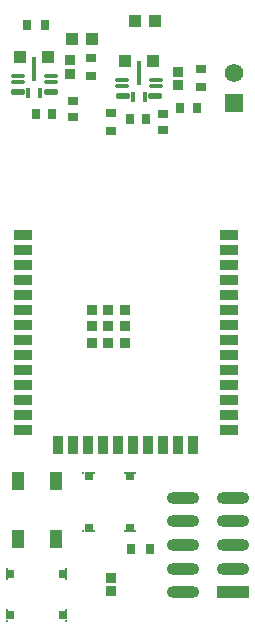
<source format=gbr>
G04*
G04 #@! TF.GenerationSoftware,Altium Limited,Altium Designer,24.9.1 (31)*
G04*
G04 Layer_Color=255*
%FSLAX25Y25*%
%MOIN*%
G70*
G04*
G04 #@! TF.SameCoordinates,F3BC3392-02DA-4331-AFF2-193CA699B933*
G04*
G04*
G04 #@! TF.FilePolarity,Positive*
G04*
G01*
G75*
%ADD14R,0.10827X0.03937*%
%ADD15O,0.10827X0.03937*%
%ADD16R,0.03110X0.03661*%
%ADD17R,0.00787X0.00787*%
%ADD18R,0.02756X0.02756*%
%ADD19R,0.03543X0.03543*%
%ADD20R,0.05906X0.03543*%
%ADD21R,0.03543X0.05906*%
%ADD22R,0.03150X0.03543*%
%ADD23R,0.03543X0.03150*%
%ADD24R,0.04331X0.03937*%
%ADD25R,0.03347X0.03347*%
%ADD26R,0.02593X0.03197*%
%ADD27R,0.03197X0.02593*%
%ADD28R,0.02756X0.03543*%
%ADD29R,0.03543X0.02756*%
%ADD30R,0.03937X0.05906*%
%ADD31R,0.02756X0.02756*%
%ADD32R,0.00787X0.00787*%
%ADD33R,0.03937X0.03937*%
G04:AMPARAMS|DCode=34|XSize=47.24mil|YSize=13.78mil|CornerRadius=4.13mil|HoleSize=0mil|Usage=FLASHONLY|Rotation=180.000|XOffset=0mil|YOffset=0mil|HoleType=Round|Shape=RoundedRectangle|*
%AMROUNDEDRECTD34*
21,1,0.04724,0.00551,0,0,180.0*
21,1,0.03898,0.01378,0,0,180.0*
1,1,0.00827,-0.01949,0.00276*
1,1,0.00827,0.01949,0.00276*
1,1,0.00827,0.01949,-0.00276*
1,1,0.00827,-0.01949,-0.00276*
%
%ADD34ROUNDEDRECTD34*%
G04:AMPARAMS|DCode=35|XSize=48.23mil|YSize=18.5mil|CornerRadius=4.16mil|HoleSize=0mil|Usage=FLASHONLY|Rotation=180.000|XOffset=0mil|YOffset=0mil|HoleType=Round|Shape=RoundedRectangle|*
%AMROUNDEDRECTD35*
21,1,0.04823,0.01018,0,0,180.0*
21,1,0.03990,0.01850,0,0,180.0*
1,1,0.00833,-0.01995,0.00509*
1,1,0.00833,0.01995,0.00509*
1,1,0.00833,0.01995,-0.00509*
1,1,0.00833,-0.01995,-0.00509*
%
%ADD35ROUNDEDRECTD35*%
%ADD36R,0.01181X0.07874*%
G04:AMPARAMS|DCode=37|XSize=13.78mil|YSize=35.43mil|CornerRadius=4.13mil|HoleSize=0mil|Usage=FLASHONLY|Rotation=180.000|XOffset=0mil|YOffset=0mil|HoleType=Round|Shape=RoundedRectangle|*
%AMROUNDEDRECTD37*
21,1,0.01378,0.02717,0,0,180.0*
21,1,0.00551,0.03543,0,0,180.0*
1,1,0.00827,-0.00276,0.01358*
1,1,0.00827,0.00276,0.01358*
1,1,0.00827,0.00276,-0.01358*
1,1,0.00827,-0.00276,-0.01358*
%
%ADD37ROUNDEDRECTD37*%
%ADD55R,0.06181X0.06181*%
%ADD56C,0.06181*%
D14*
X181772Y116000D02*
D03*
D15*
Y123874D02*
D03*
Y131748D02*
D03*
Y139622D02*
D03*
Y147496D02*
D03*
X165000Y116000D02*
D03*
Y123874D02*
D03*
Y131748D02*
D03*
Y139622D02*
D03*
Y147496D02*
D03*
D16*
X154228Y130500D02*
D03*
X147772D02*
D03*
D17*
X149161Y155744D02*
D03*
X145618D02*
D03*
X149161Y136256D02*
D03*
X145618D02*
D03*
X135382Y155744D02*
D03*
X131839D02*
D03*
X135382Y136256D02*
D03*
X131839D02*
D03*
D18*
X147390Y154760D02*
D03*
Y137240D02*
D03*
X133610Y154760D02*
D03*
Y137240D02*
D03*
D19*
X145657Y199094D02*
D03*
X140146D02*
D03*
X134634D02*
D03*
X145657Y204606D02*
D03*
X140146D02*
D03*
X134634D02*
D03*
X145657Y210118D02*
D03*
X140146D02*
D03*
X134634D02*
D03*
D20*
X180500Y235000D02*
D03*
Y230000D02*
D03*
Y225000D02*
D03*
Y220000D02*
D03*
Y215000D02*
D03*
Y210000D02*
D03*
Y205000D02*
D03*
Y200000D02*
D03*
Y195000D02*
D03*
Y190000D02*
D03*
Y185000D02*
D03*
Y180000D02*
D03*
Y175000D02*
D03*
Y170000D02*
D03*
X111602D02*
D03*
Y175000D02*
D03*
Y180000D02*
D03*
Y185000D02*
D03*
Y190000D02*
D03*
Y195000D02*
D03*
Y200000D02*
D03*
Y205000D02*
D03*
Y210000D02*
D03*
Y215000D02*
D03*
Y220000D02*
D03*
Y225000D02*
D03*
Y230000D02*
D03*
Y235000D02*
D03*
D21*
X168551Y165079D02*
D03*
X163551D02*
D03*
X158551D02*
D03*
X153551D02*
D03*
X148551D02*
D03*
X143551D02*
D03*
X138551D02*
D03*
X133551D02*
D03*
X128551D02*
D03*
X123551D02*
D03*
D22*
X113047Y305000D02*
D03*
X118953D02*
D03*
D23*
X134500Y288047D02*
D03*
Y293953D02*
D03*
X170929Y284319D02*
D03*
Y290224D02*
D03*
X140929Y269819D02*
D03*
Y275724D02*
D03*
D24*
X134846Y300500D02*
D03*
X128154D02*
D03*
X149153Y306500D02*
D03*
X155847D02*
D03*
D25*
X127500Y293264D02*
D03*
Y288736D02*
D03*
X163429Y289535D02*
D03*
Y285008D02*
D03*
X141000Y116236D02*
D03*
Y120764D02*
D03*
D26*
X121500Y275500D02*
D03*
X116172D02*
D03*
X152593Y273772D02*
D03*
X147265D02*
D03*
D27*
X128500Y274336D02*
D03*
Y279664D02*
D03*
D28*
X164173Y277272D02*
D03*
X169685D02*
D03*
D29*
X158429Y275528D02*
D03*
Y270016D02*
D03*
D30*
X122799Y153146D02*
D03*
X110201D02*
D03*
Y133854D02*
D03*
X122799D02*
D03*
D31*
X107496Y122051D02*
D03*
X125016D02*
D03*
X107496Y108272D02*
D03*
X125016D02*
D03*
D32*
X106512Y123823D02*
D03*
Y120280D02*
D03*
X126000Y123823D02*
D03*
Y120280D02*
D03*
X106512Y110043D02*
D03*
Y106500D02*
D03*
X126000Y110043D02*
D03*
Y106500D02*
D03*
D33*
X110776Y294417D02*
D03*
X120224D02*
D03*
X155154Y293094D02*
D03*
X145705D02*
D03*
D34*
X109988Y287941D02*
D03*
Y285972D02*
D03*
X121012Y287941D02*
D03*
Y285972D02*
D03*
X155941Y284650D02*
D03*
Y286618D02*
D03*
X144917Y284650D02*
D03*
Y286618D02*
D03*
D35*
X110037Y282784D02*
D03*
X120963D02*
D03*
X155892Y281461D02*
D03*
X144966D02*
D03*
D36*
X115500Y290500D02*
D03*
X150429Y289177D02*
D03*
D37*
X113531Y282390D02*
D03*
X117469D02*
D03*
X152398Y281067D02*
D03*
X148461D02*
D03*
D55*
X182000Y279000D02*
D03*
D56*
Y289000D02*
D03*
M02*

</source>
